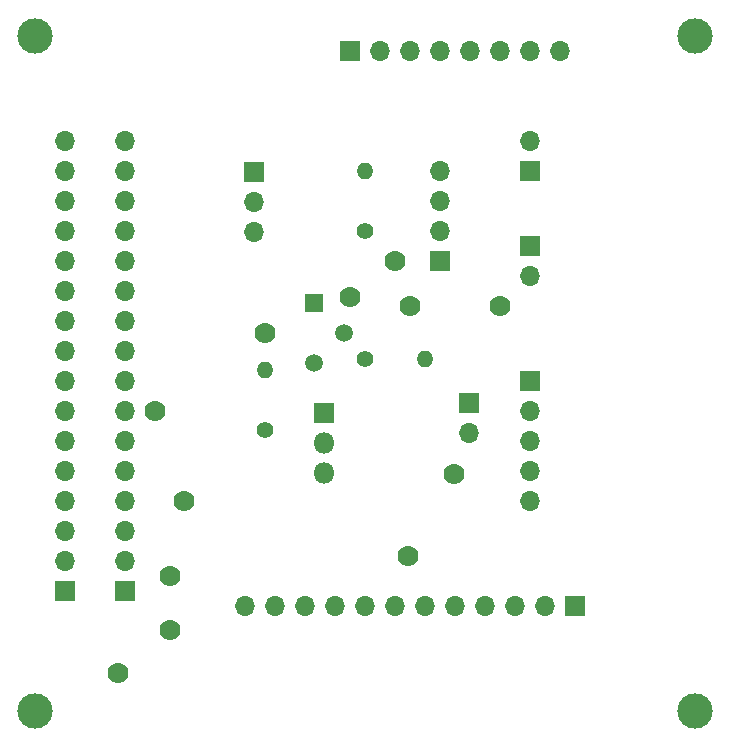
<source format=gbr>
G04 #@! TF.GenerationSoftware,KiCad,Pcbnew,5.0.2-bee76a0~70~ubuntu18.04.1*
G04 #@! TF.CreationDate,2019-07-21T13:39:32-04:00*
G04 #@! TF.ProjectId,knuth-gateway,6b6e7574-682d-4676-9174-657761792e6b,rev?*
G04 #@! TF.SameCoordinates,Original*
G04 #@! TF.FileFunction,Copper,L1,Top*
G04 #@! TF.FilePolarity,Positive*
%FSLAX46Y46*%
G04 Gerber Fmt 4.6, Leading zero omitted, Abs format (unit mm)*
G04 Created by KiCad (PCBNEW 5.0.2-bee76a0~70~ubuntu18.04.1) date Sun 21 Jul 2019 01:39:32 PM EDT*
%MOMM*%
%LPD*%
G01*
G04 APERTURE LIST*
G04 #@! TA.AperFunction,ComponentPad*
%ADD10R,1.700000X1.700000*%
G04 #@! TD*
G04 #@! TA.AperFunction,ComponentPad*
%ADD11O,1.700000X1.700000*%
G04 #@! TD*
G04 #@! TA.AperFunction,ComponentPad*
%ADD12C,1.400000*%
G04 #@! TD*
G04 #@! TA.AperFunction,ComponentPad*
%ADD13O,1.400000X1.400000*%
G04 #@! TD*
G04 #@! TA.AperFunction,ComponentPad*
%ADD14O,1.800000X1.800000*%
G04 #@! TD*
G04 #@! TA.AperFunction,ComponentPad*
%ADD15R,1.800000X1.800000*%
G04 #@! TD*
G04 #@! TA.AperFunction,ComponentPad*
%ADD16C,1.500000*%
G04 #@! TD*
G04 #@! TA.AperFunction,ComponentPad*
%ADD17R,1.500000X1.500000*%
G04 #@! TD*
G04 #@! TA.AperFunction,ViaPad*
%ADD18C,3.000000*%
G04 #@! TD*
G04 #@! TA.AperFunction,ViaPad*
%ADD19C,1.778000*%
G04 #@! TD*
G04 APERTURE END LIST*
D10*
G04 #@! TO.P,J_DC_6.5V+_IN1,1*
G04 #@! TO.N,Net-(J_DC_6.5V+_IN1-Pad1)*
X254000000Y-77470000D03*
D11*
G04 #@! TO.P,J_DC_6.5V+_IN1,2*
G04 #@! TO.N,GND*
X254000000Y-80010000D03*
G04 #@! TD*
G04 #@! TO.P,J_DC_6V_IN1,2*
G04 #@! TO.N,GND*
X254000000Y-68580000D03*
D10*
G04 #@! TO.P,J_DC_6V_IN1,1*
G04 #@! TO.N,Net-(J_DC_6V_IN1-Pad1)*
X254000000Y-71120000D03*
G04 #@! TD*
D12*
G04 #@! TO.P,R1,1*
G04 #@! TO.N,Net-(Q2-Pad1)*
X231590000Y-93050000D03*
D13*
G04 #@! TO.P,R1,2*
G04 #@! TO.N,Net-(Q1-Pad3)*
X231590000Y-87970000D03*
G04 #@! TD*
D12*
G04 #@! TO.P,R2,1*
G04 #@! TO.N,Net-(R2-Pad1)*
X240030000Y-76200000D03*
D13*
G04 #@! TO.P,R2,2*
G04 #@! TO.N,Net-(J_DC_6V_IN1-Pad1)*
X240030000Y-71120000D03*
G04 #@! TD*
G04 #@! TO.P,R3,2*
G04 #@! TO.N,Net-(R3-Pad2)*
X245080000Y-87080000D03*
D12*
G04 #@! TO.P,R3,1*
G04 #@! TO.N,Net-(Q1-Pad2)*
X240000000Y-87080000D03*
G04 #@! TD*
D10*
G04 #@! TO.P,R_Delay1,1*
G04 #@! TO.N,GND*
X248820000Y-90800000D03*
D11*
G04 #@! TO.P,R_Delay1,2*
G04 #@! TO.N,Net-(R_Delay1-Pad2)*
X248820000Y-93340000D03*
G04 #@! TD*
G04 #@! TO.P,U2,16*
G04 #@! TO.N,Net-(J1-Pad16)*
X219710000Y-68580000D03*
G04 #@! TO.P,U2,15*
G04 #@! TO.N,Net-(J1-Pad15)*
X219710000Y-71120000D03*
G04 #@! TO.P,U2,14*
G04 #@! TO.N,Net-(J1-Pad14)*
X219710000Y-73660000D03*
G04 #@! TO.P,U2,13*
G04 #@! TO.N,Net-(J1-Pad13)*
X219710000Y-76200000D03*
G04 #@! TO.P,U2,12*
G04 #@! TO.N,Net-(J1-Pad12)*
X219710000Y-78740000D03*
G04 #@! TO.P,U2,11*
G04 #@! TO.N,Net-(J1-Pad11)*
X219710000Y-81280000D03*
G04 #@! TO.P,U2,10*
G04 #@! TO.N,Net-(J1-Pad10)*
X219710000Y-83820000D03*
G04 #@! TO.P,U2,9*
G04 #@! TO.N,Net-(J1-Pad9)*
X219710000Y-86360000D03*
G04 #@! TO.P,U2,8*
G04 #@! TO.N,Net-(J1-Pad8)*
X219710000Y-88900000D03*
G04 #@! TO.P,U2,7*
G04 #@! TO.N,GND*
X219710000Y-91440000D03*
G04 #@! TO.P,U2,6*
G04 #@! TO.N,Net-(J1-Pad6)*
X219710000Y-93980000D03*
G04 #@! TO.P,U2,5*
G04 #@! TO.N,Net-(J1-Pad5)*
X219710000Y-96520000D03*
G04 #@! TO.P,U2,4*
G04 #@! TO.N,Net-(J1-Pad4)*
X219710000Y-99060000D03*
G04 #@! TO.P,U2,3*
G04 #@! TO.N,Net-(J1-Pad3)*
X219710000Y-101600000D03*
G04 #@! TO.P,U2,2*
G04 #@! TO.N,Net-(J1-Pad2)*
X219710000Y-104140000D03*
D10*
G04 #@! TO.P,U2,1*
G04 #@! TO.N,Net-(J1-Pad1)*
X219710000Y-106680000D03*
G04 #@! TD*
G04 #@! TO.P,U3,1*
G04 #@! TO.N,Net-(J_DC_6.5V+_IN1-Pad1)*
X230596529Y-71205865D03*
D11*
G04 #@! TO.P,U3,2*
G04 #@! TO.N,GND*
X230596529Y-73745865D03*
G04 #@! TO.P,U3,3*
G04 #@! TO.N,Net-(R2-Pad1)*
X230596529Y-76285865D03*
G04 #@! TD*
D10*
G04 #@! TO.P,U4,1*
G04 #@! TO.N,+BATT*
X254000000Y-88900000D03*
D11*
G04 #@! TO.P,U4,2*
G04 #@! TO.N,GND*
X254000000Y-91440000D03*
G04 #@! TO.P,U4,3*
G04 #@! TO.N,Net-(R_Delay1-Pad2)*
X254000000Y-93980000D03*
G04 #@! TO.P,U4,4*
G04 #@! TO.N,Net-(R3-Pad2)*
X254000000Y-96520000D03*
G04 #@! TO.P,U4,5*
G04 #@! TO.N,Net-(J1-Pad13)*
X254000000Y-99060000D03*
G04 #@! TD*
D10*
G04 #@! TO.P,U5,1*
G04 #@! TO.N,+BATT*
X246380000Y-78740000D03*
D11*
G04 #@! TO.P,U5,2*
G04 #@! TO.N,GND*
X246380000Y-76200000D03*
G04 #@! TO.P,U5,3*
G04 #@! TO.N,Net-(J_DC_6V_IN1-Pad1)*
X246380000Y-73660000D03*
G04 #@! TO.P,U5,4*
G04 #@! TO.N,GND*
X246380000Y-71120000D03*
G04 #@! TD*
D10*
G04 #@! TO.P,J1,1*
G04 #@! TO.N,Net-(J1-Pad1)*
X214630000Y-106680000D03*
D11*
G04 #@! TO.P,J1,2*
G04 #@! TO.N,Net-(J1-Pad2)*
X214630000Y-104140000D03*
G04 #@! TO.P,J1,3*
G04 #@! TO.N,Net-(J1-Pad3)*
X214630000Y-101600000D03*
G04 #@! TO.P,J1,4*
G04 #@! TO.N,Net-(J1-Pad4)*
X214630000Y-99060000D03*
G04 #@! TO.P,J1,5*
G04 #@! TO.N,Net-(J1-Pad5)*
X214630000Y-96520000D03*
G04 #@! TO.P,J1,6*
G04 #@! TO.N,Net-(J1-Pad6)*
X214630000Y-93980000D03*
G04 #@! TO.P,J1,7*
G04 #@! TO.N,GND*
X214630000Y-91440000D03*
G04 #@! TO.P,J1,8*
G04 #@! TO.N,Net-(J1-Pad8)*
X214630000Y-88900000D03*
G04 #@! TO.P,J1,9*
G04 #@! TO.N,Net-(J1-Pad9)*
X214630000Y-86360000D03*
G04 #@! TO.P,J1,10*
G04 #@! TO.N,Net-(J1-Pad10)*
X214630000Y-83820000D03*
G04 #@! TO.P,J1,11*
G04 #@! TO.N,Net-(J1-Pad11)*
X214630000Y-81280000D03*
G04 #@! TO.P,J1,12*
G04 #@! TO.N,Net-(J1-Pad12)*
X214630000Y-78740000D03*
G04 #@! TO.P,J1,13*
G04 #@! TO.N,Net-(J1-Pad13)*
X214630000Y-76200000D03*
G04 #@! TO.P,J1,14*
G04 #@! TO.N,Net-(J1-Pad14)*
X214630000Y-73660000D03*
G04 #@! TO.P,J1,15*
G04 #@! TO.N,Net-(J1-Pad15)*
X214630000Y-71120000D03*
G04 #@! TO.P,J1,16*
G04 #@! TO.N,Net-(J1-Pad16)*
X214630000Y-68580000D03*
G04 #@! TD*
D14*
G04 #@! TO.P,Q2,3*
G04 #@! TO.N,+BATT*
X236560000Y-96760000D03*
G04 #@! TO.P,Q2,2*
G04 #@! TO.N,Net-(Q2-Pad2)*
X236560000Y-94220000D03*
D15*
G04 #@! TO.P,Q2,1*
G04 #@! TO.N,Net-(Q2-Pad1)*
X236560000Y-91680000D03*
G04 #@! TD*
D10*
G04 #@! TO.P,U6,1*
G04 #@! TO.N,N/C*
X238760000Y-60960000D03*
D11*
G04 #@! TO.P,U6,2*
G04 #@! TO.N,Net-(Q2-Pad2)*
X241300000Y-60960000D03*
G04 #@! TO.P,U6,3*
G04 #@! TO.N,N/C*
X243840000Y-60960000D03*
G04 #@! TO.P,U6,4*
X246380000Y-60960000D03*
G04 #@! TO.P,U6,5*
X248920000Y-60960000D03*
G04 #@! TO.P,U6,6*
X251460000Y-60960000D03*
G04 #@! TO.P,U6,7*
G04 #@! TO.N,GND*
X254000000Y-60960000D03*
G04 #@! TO.P,U6,8*
G04 #@! TO.N,Net-(J1-Pad1)*
X256540000Y-60960000D03*
G04 #@! TD*
D10*
G04 #@! TO.P,U1,1*
G04 #@! TO.N,+BATT*
X257810000Y-107950000D03*
D11*
G04 #@! TO.P,U1,2*
G04 #@! TO.N,GND*
X255270000Y-107950000D03*
G04 #@! TO.P,U1,3*
G04 #@! TO.N,N/C*
X252730000Y-107950000D03*
G04 #@! TO.P,U1,4*
X250190000Y-107950000D03*
G04 #@! TO.P,U1,5*
X247650000Y-107950000D03*
G04 #@! TO.P,U1,6*
X245110000Y-107950000D03*
G04 #@! TO.P,U1,7*
G04 #@! TO.N,GND*
X242570000Y-107950000D03*
G04 #@! TO.P,U1,8*
G04 #@! TO.N,N/C*
X240030000Y-107950000D03*
G04 #@! TO.P,U1,9*
G04 #@! TO.N,Net-(J1-Pad11)*
X237490000Y-107950000D03*
G04 #@! TO.P,U1,10*
G04 #@! TO.N,Net-(J1-Pad12)*
X234950000Y-107950000D03*
G04 #@! TO.P,U1,11*
G04 #@! TO.N,N/C*
X232410000Y-107950000D03*
G04 #@! TO.P,U1,12*
G04 #@! TO.N,Net-(J1-Pad3)*
X229870000Y-107950000D03*
G04 #@! TD*
D16*
G04 #@! TO.P,Q1,2*
G04 #@! TO.N,Net-(Q1-Pad2)*
X238252000Y-84836000D03*
G04 #@! TO.P,Q1,3*
G04 #@! TO.N,Net-(Q1-Pad3)*
X235712000Y-87376000D03*
D17*
G04 #@! TO.P,Q1,1*
G04 #@! TO.N,GND*
X235712000Y-82296000D03*
G04 #@! TD*
D18*
G04 #@! TO.N,*
X212090000Y-116840000D03*
X267970000Y-116840000D03*
X267970000Y-59690000D03*
X212090000Y-59690000D03*
D19*
G04 #@! TO.N,Net-(J_DC_6.5V+_IN1-Pad1)*
X243840000Y-82550000D03*
X251460000Y-82550000D03*
G04 #@! TO.N,GND*
X222250000Y-91440000D03*
X247570000Y-96830000D03*
X231590000Y-84880000D03*
X238760000Y-81788000D03*
X243700000Y-103750000D03*
X242570000Y-78740000D03*
G04 #@! TO.N,Net-(J1-Pad11)*
X224670000Y-99140000D03*
X223520000Y-105410000D03*
G04 #@! TO.N,Net-(J1-Pad1)*
X219075000Y-113665000D03*
X223520000Y-110040000D03*
G04 #@! TD*
M02*

</source>
